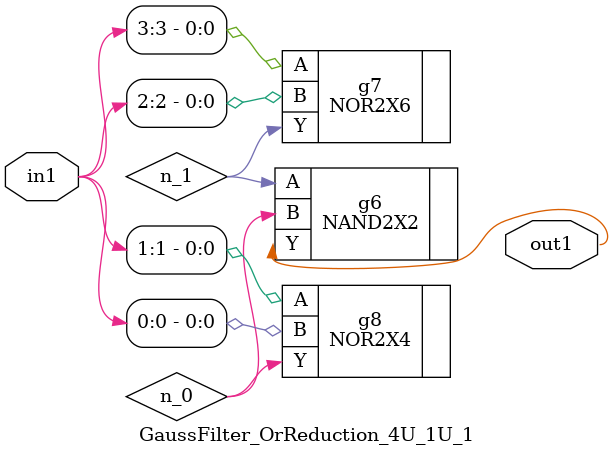
<source format=v>
`timescale 1ps / 1ps


module GaussFilter_OrReduction_4U_1U_1(in1, out1);
  input [3:0] in1;
  output out1;
  wire [3:0] in1;
  wire out1;
  wire n_0, n_1;
  NAND2X2 g6(.A (n_1), .B (n_0), .Y (out1));
  NOR2X6 g7(.A (in1[3]), .B (in1[2]), .Y (n_1));
  NOR2X4 g8(.A (in1[1]), .B (in1[0]), .Y (n_0));
endmodule



</source>
